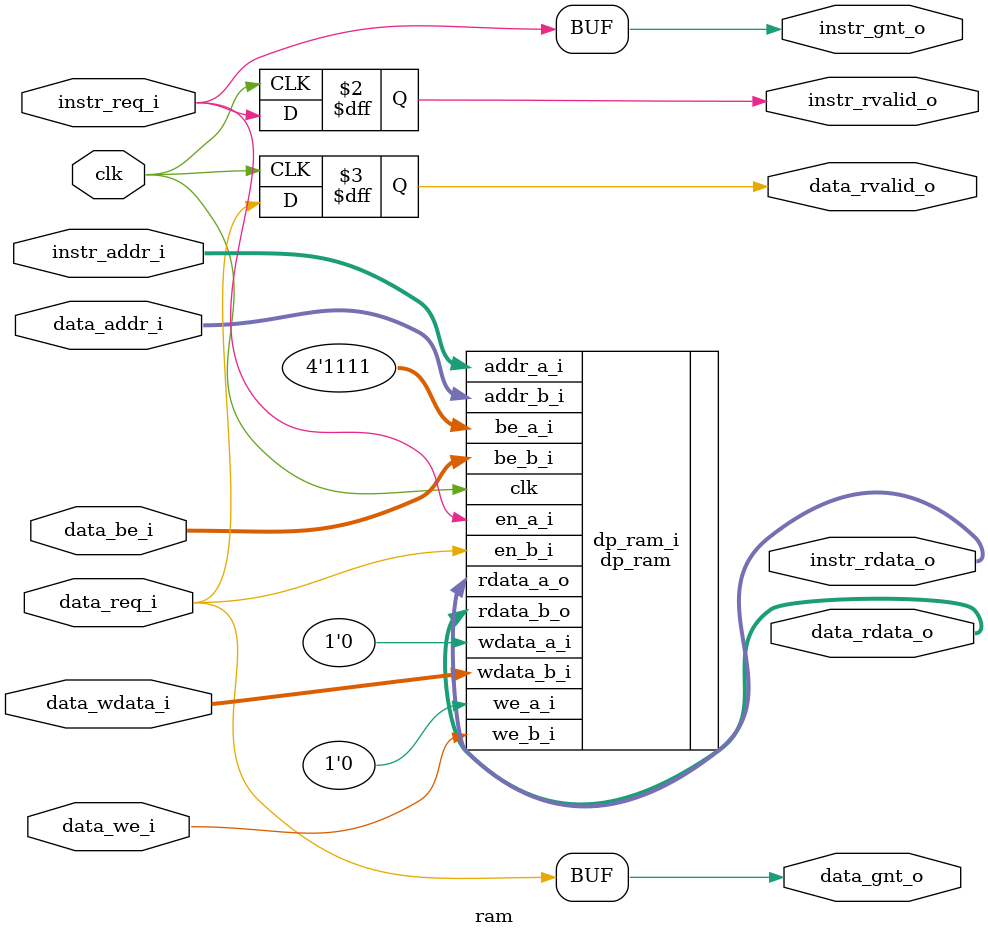
<source format=sv>


module ram
    #(
    parameter ADDR_WIDTH = 22
  )(
    // Clock
    input  logic                   clk,

    input  logic                   instr_req_i,
    input  logic [ADDR_WIDTH-1:0]  instr_addr_i,
    output logic [127:0]           instr_rdata_o,
    output logic                   instr_rvalid_o,
    output logic                   instr_gnt_o,

    input  logic                   data_req_i,
    input  logic [ADDR_WIDTH-1:0]  data_addr_i,
    input  logic                   data_we_i,
    input  logic [3:0]             data_be_i,
    input  logic [31:0]            data_wdata_i,
    output logic [31:0]            data_rdata_o,
    output logic                   data_rvalid_o,
    output logic                   data_gnt_o
  );

   // Instantiate the ram

   dp_ram
     #(
       .ADDR_WIDTH (ADDR_WIDTH)
       )
   dp_ram_i
     (
      .clk       ( clk           ),

      .en_a_i    ( instr_req_i   ),
      .addr_a_i  ( instr_addr_i  ),
      .wdata_a_i ( '0            ),	// Not writing so ignored
      .rdata_a_o ( instr_rdata_o ),
      .we_a_i    ( '0            ),
      .be_a_i    ( 4'b1111       ),	// Always want 32-bits

      .en_b_i    ( data_req_i    ),
      .addr_b_i  ( data_addr_i   ),
      .wdata_b_i ( data_wdata_i  ),
      .rdata_b_o ( data_rdata_o  ),
      .we_b_i    ( data_we_i     ),
      .be_b_i    ( data_be_i     )
      );

   assign data_gnt_o  = data_req_i;
   assign instr_gnt_o = instr_req_i;

   always_ff @(posedge clk)
     begin
	data_rvalid_o  <= data_req_i;
	instr_rvalid_o <= instr_req_i;
     end

endmodule	// ram

</source>
